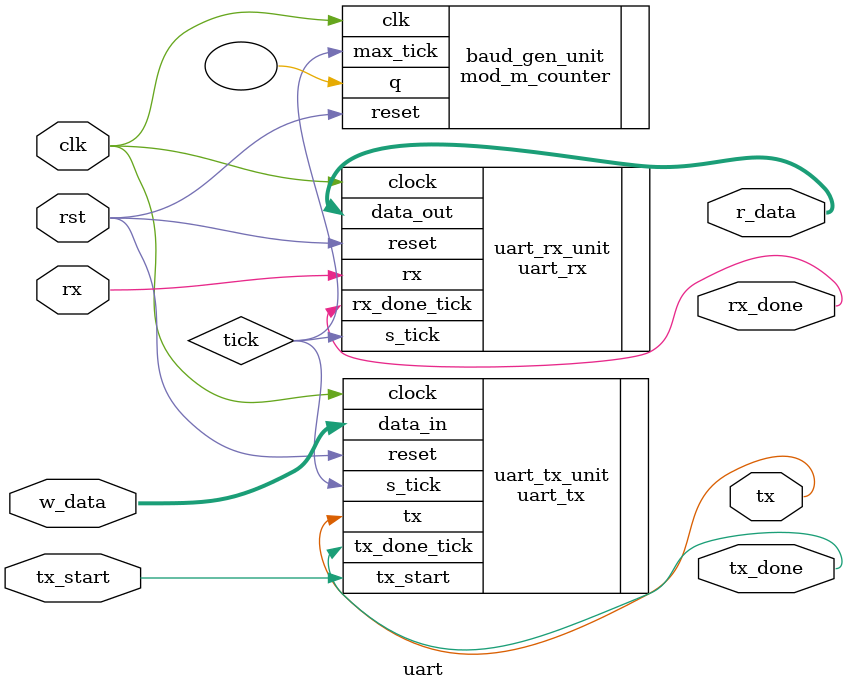
<source format=v>
`timescale 1ns / 1ps

module uart
  #(  // Configuración por defecto:
      // 38400 baudios (la placa tiene 100MHz), 8 bits de datos, 1 bit de stop
    parameter data_bits = 8,        // Bits de datos
              stop_bit_ticks = 16,  // Ticks para el bit de stop. 16/24/32 para 1/1,5/2 bits
              divisor = 163,        // Divisor para generar el Baudrate. divisor = 50M/(16*baudrate)
              divisor_bits = 8     // Bits del divisor
   )
  (
    input wire clk, rst,
    input wire rx, 
    input wire [7:0] w_data,
	 input wire tx_start,
    output wire tx,
    output wire [7:0] r_data,
	 output wire rx_done,
	 output wire tx_done
  );
  
	// Declaración de señales
	wire tick;
	wire [7:0] rx_data_out, tx_data_in;
	wire [7:0] rx_buf_out, t_data, tx_buf_out;

  
	// Cuerpo
	mod_m_counter 
	#(.M(divisor), .N(divisor_bits))
	baud_gen_unit
	(.clk(clk), .reset(rst), .q(), .max_tick(tick));
    
	uart_rx 
	#(.data_bits(data_bits), .stop_bit_ticks(stop_bit_ticks)) 
	uart_rx_unit
	(.clock(clk), .reset(rst), .rx(rx), .s_tick(tick), .rx_done_tick(rx_done), .data_out(r_data));

	uart_tx 
	#(.data_bits(data_bits), .stop_bit_ticks(stop_bit_ticks)) 
	uart_tx_unit
	(.clock(clk), .reset(rst), .s_tick(tick), .tx_start(tx_start), .tx_done_tick(tx_done), .data_in(w_data), .tx(tx));

/*
					
  flag_buf
  flag_buf_rx
	(.clock(clk), .reset(rst), .clr_flag(rd_uart), .set_flag(rx_done_tick), .din(rx_data_out), .dout(rx_buf_out), .flag(rx_empty));
					
  flag_buf
  flag_buf_tx
	(.clock(clk), .reset(rst), .clr_flag(tx_done_tick), .set_flag(tx_done), .din(t_data), .dout(tx_buf_out), .flag(tx_start));


  tester
  tester_unit
   (.clock(clk), .r_data(rx_buf_out), .rx_empty(rx_empty), .rd_uart(rd_uart), .tx_done(tx_done), .t_data(t_data));
*/
 

//assign led = rx_data_out;
 
endmodule

</source>
